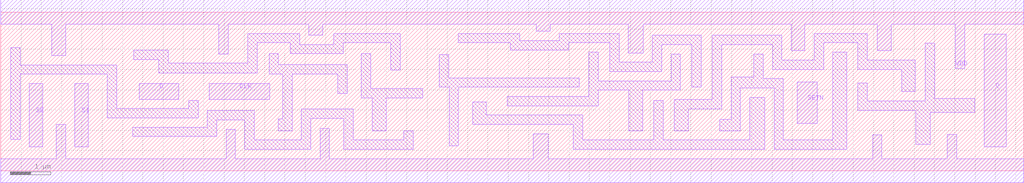
<source format=lef>
# Copyright 2022 GlobalFoundries PDK Authors
#
# Licensed under the Apache License, Version 2.0 (the "License");
# you may not use this file except in compliance with the License.
# You may obtain a copy of the License at
#
#      http://www.apache.org/licenses/LICENSE-2.0
#
# Unless required by applicable law or agreed to in writing, software
# distributed under the License is distributed on an "AS IS" BASIS,
# WITHOUT WARRANTIES OR CONDITIONS OF ANY KIND, either express or implied.
# See the License for the specific language governing permissions and
# limitations under the License.

MACRO gf180mcu_fd_sc_mcu7t5v0__sdffsnq_1
  CLASS core ;
  FOREIGN gf180mcu_fd_sc_mcu7t5v0__sdffsnq_1 0.0 0.0 ;
  ORIGIN 0 0 ;
  SYMMETRY X Y ;
  SITE GF018hv5v_mcu_sc7 ;
  SIZE 25.2 BY 3.92 ;
  PIN D
    DIRECTION INPUT ;
    ANTENNAGATEAREA 0.531 ;
    PORT
      LAYER METAL1 ;
        POLYGON 3.41 1.765 4.39 1.765 4.39 2.155 3.41 2.155  ;
    END
  END D
  PIN SE
    DIRECTION INPUT ;
    ANTENNAGATEAREA 1.062 ;
    PORT
      LAYER METAL1 ;
        POLYGON 0.705 0.595 1.03 0.595 1.03 2.15 0.705 2.15  ;
    END
  END SE
  PIN SETN
    DIRECTION INPUT ;
    ANTENNAGATEAREA 1.057 ;
    PORT
      LAYER METAL1 ;
        POLYGON 19.62 1.17 20.11 1.17 20.11 2.19 19.62 2.19  ;
    END
  END SETN
  PIN SI
    DIRECTION INPUT ;
    ANTENNAGATEAREA 0.531 ;
    PORT
      LAYER METAL1 ;
        POLYGON 1.825 0.595 2.15 0.595 2.15 2.15 1.825 2.15  ;
    END
  END SI
  PIN CLK
    DIRECTION INPUT ;
    USE clock ;
    ANTENNAGATEAREA 0.7415 ;
    PORT
      LAYER METAL1 ;
        POLYGON 5.13 1.765 6.63 1.765 6.63 2.155 5.13 2.155  ;
    END
  END CLK
  PIN Q
    DIRECTION OUTPUT ;
    ANTENNADIFFAREA 0.8976 ;
    PORT
      LAYER METAL1 ;
        POLYGON 24.22 0.595 24.77 0.595 24.77 3.38 24.22 3.38  ;
    END
  END Q
  PIN VDD
    DIRECTION INOUT ;
    USE power ;
    SHAPE ABUTMENT ;
    PORT
      LAYER METAL1 ;
        POLYGON 0 3.62 1.26 3.62 1.26 2.845 1.6 2.845 1.6 3.62 5.375 3.62 5.375 2.885 5.605 2.885 5.605 3.62 7.59 3.62 7.59 3.35 7.93 3.35 7.93 3.62 9.835 3.62 10.39 3.62 13.19 3.62 13.19 3.445 13.53 3.445 13.53 3.62 15.46 3.62 15.46 2.91 15.82 2.91 15.82 3.62 17.25 3.62 19.47 3.62 19.47 2.965 19.81 2.965 19.81 3.62 21.59 3.62 21.59 2.965 21.93 2.965 21.93 3.62 22.53 3.62 23.515 3.62 23.515 2.53 23.745 2.53 23.745 3.62 23.99 3.62 25.2 3.62 25.2 4.22 23.99 4.22 22.53 4.22 17.25 4.22 10.39 4.22 9.835 4.22 0 4.22  ;
    END
  END VDD
  PIN VSS
    DIRECTION INOUT ;
    USE ground ;
    SHAPE ABUTMENT ;
    PORT
      LAYER METAL1 ;
        POLYGON 0 -0.3 25.2 -0.3 25.2 0.3 23.545 0.3 23.545 0.905 23.315 0.905 23.315 0.3 21.705 0.3 21.705 0.89 21.475 0.89 21.475 0.3 13.48 0.3 13.48 0.915 13.12 0.915 13.12 0.3 8.095 0.3 8.095 1.045 7.865 1.045 7.865 0.3 5.78 0.3 5.78 1.025 5.55 1.025 5.55 0.3 1.595 0.3 1.595 1.14 1.365 1.14 1.365 0.3 0 0.3  ;
    END
  END VSS
  OBS
      LAYER METAL1 ;
        POLYGON 0.245 0.78 0.475 0.78 0.475 2.385 2.625 2.385 2.625 1.305 4.86 1.305 4.86 1.74 4.63 1.74 4.63 1.535 2.855 1.535 2.855 2.615 0.475 2.615 0.475 3.04 0.245 3.04  ;
        POLYGON 6.61 2.385 6.945 2.385 6.945 1.275 6.835 1.275 6.835 0.99 7.175 0.99 7.175 2.385 8.305 2.385 8.305 1.91 8.535 1.91 8.535 2.62 6.84 2.62 6.84 2.89 6.61 2.89  ;
        POLYGON 3.27 2.745 3.89 2.745 3.89 2.42 6.315 2.42 6.315 3.16 7.13 3.16 7.13 2.89 8.435 2.89 8.435 3.16 9.605 3.16 9.605 2.485 9.835 2.485 9.835 3.39 8.205 3.39 8.205 3.12 7.36 3.12 7.36 3.39 6.085 3.39 6.085 2.655 4.12 2.655 4.12 2.975 3.27 2.975  ;
        POLYGON 3.25 0.845 5.32 0.845 5.32 1.26 6.01 1.26 6.01 0.53 7.635 0.53 7.635 1.295 8.45 1.295 8.45 0.53 10.155 0.53 10.155 0.98 9.925 0.98 9.925 0.76 8.68 0.76 8.68 1.53 7.405 1.53 7.405 0.76 6.24 0.76 6.24 1.49 5.09 1.49 5.09 1.075 3.25 1.075  ;
        POLYGON 8.885 1.8 9.15 1.8 9.15 0.99 9.49 0.99 9.49 1.8 10.39 1.8 10.39 2.035 9.115 2.035 9.115 2.89 8.885 2.89  ;
        POLYGON 10.8 2.065 11.045 2.065 11.045 0.62 11.275 0.62 11.275 2.065 14.255 2.065 14.255 2.295 11.03 2.295 11.03 2.87 10.8 2.87  ;
        POLYGON 12.475 1.605 14.715 1.605 14.715 1.99 15.47 1.99 15.47 0.99 15.81 0.99 15.81 1.99 16.74 1.99 16.74 2.885 16.51 2.885 16.51 2.22 14.715 2.22 14.715 2.93 14.485 2.93 14.485 1.835 12.475 1.835  ;
        POLYGON 11.265 3.16 12.55 3.16 12.55 2.985 13.99 2.985 13.99 3.16 15 3.16 15 2.45 16.28 2.45 16.28 3.115 17.02 3.115 17.02 2.065 17.25 2.065 17.25 3.345 16.05 3.345 16.05 2.68 15.23 2.68 15.23 3.39 13.76 3.39 13.76 3.215 12.78 3.215 12.78 3.39 11.265 3.39  ;
        POLYGON 11.625 1.145 14.1 1.145 14.1 0.53 18.82 0.53 18.82 1.815 18.45 1.815 18.45 0.76 16.32 0.76 16.32 1.74 16.09 1.74 16.09 0.76 14.33 0.76 14.33 1.375 11.955 1.375 11.955 1.7 11.625 1.7  ;
        POLYGON 17.71 0.99 18.22 0.99 18.22 2.045 19.05 2.045 19.05 0.53 20.84 0.53 20.84 2.93 20.5 2.93 20.5 0.76 19.28 0.76 19.28 2.275 18.78 2.275 18.78 2.885 18.55 2.885 18.55 2.315 17.99 2.315 17.99 1.265 17.71 1.265  ;
        POLYGON 16.59 0.99 16.93 0.99 16.93 1.525 17.76 1.525 17.76 3.115 19.01 3.115 19.01 2.505 20.27 2.505 20.27 3.16 21.11 3.16 21.11 2.505 22.19 2.505 22.19 1.96 22.53 1.96 22.53 2.735 21.34 2.735 21.34 3.39 20.04 3.39 20.04 2.735 19.24 2.735 19.24 3.345 17.53 3.345 17.53 1.76 16.59 1.76  ;
        POLYGON 21.115 1.495 22.54 1.495 22.54 0.655 22.89 0.655 22.89 1.44 23.99 1.44 23.99 1.78 23.005 1.78 23.005 3.15 22.775 3.15 22.775 1.725 21.345 1.725 21.345 2.17 21.115 2.17  ;
  END
END gf180mcu_fd_sc_mcu7t5v0__sdffsnq_1

</source>
